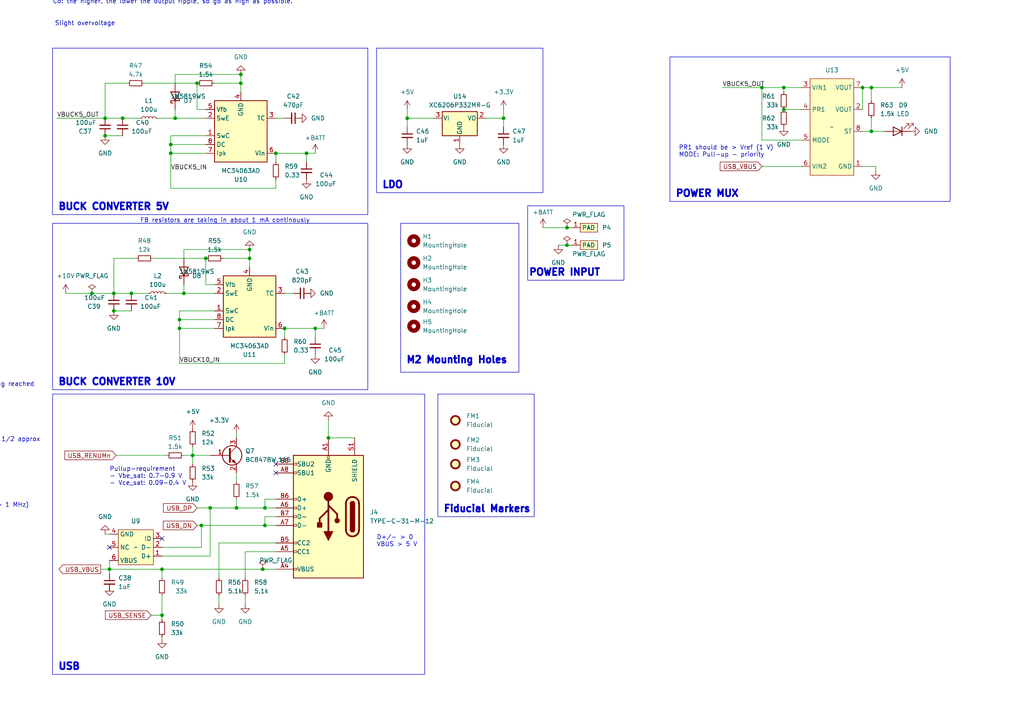
<source format=kicad_sch>
(kicad_sch (version 20230121) (generator eeschema)
  (paper "A4")
  (title_block (title "BLDC Driver Project") (rev "1.0") (company "Igor Wolfs"))
  (lib_symbols
    (symbol "Connector:USB_C_Receptacle_USB2.0_16P" (pin_names (offset 1.016))
      (property "Reference" "J" (at 0 22.225 0))
      (property "Value" "USB_C_Receptacle_USB2.0_16P" (at 0 19.685 0))
      (symbol "USB_C_Receptacle_USB2.0_16P_0_0"
        (rectangle (start -0.254 -17.78) (end 0.254 -16.764))
        (rectangle (start 10.16 -14.986) (end 9.144 -15.494))
        (rectangle (start 10.16 -12.446) (end 9.144 -12.954))
        (rectangle (start 10.16 -4.826) (end 9.144 -5.334))
        (rectangle (start 10.16 -2.286) (end 9.144 -2.794))
        (rectangle (start 10.16 0.254) (end 9.144 -0.254))
        (rectangle (start 10.16 2.794) (end 9.144 2.286))
        (rectangle (start 10.16 7.874) (end 9.144 7.366))
        (rectangle (start 10.16 10.414) (end 9.144 9.906))
        (rectangle (start 10.16 15.494) (end 9.144 14.986))
      )
      (symbol "USB_C_Receptacle_USB2.0_16P_0_1"
        (rectangle (start -10.16 17.78) (end 10.16 -17.78) (stroke (width 0.254)) (fill (type background)))
        (arc (start -8.89 -3.81) (mid -6.985 -5.7067) (end -5.08 -3.81) (stroke (width 0.508)))
        (arc (start -7.62 -3.81) (mid -6.985 -4.4423) (end -6.35 -3.81) (stroke (width 0.254)))
        (arc (start -7.62 -3.81) (mid -6.985 -4.4423) (end -6.35 -3.81) (stroke (width 0.254)) (fill (type outline)))
        (rectangle (start -7.62 -3.81) (end -6.35 3.81) (stroke (width 0.254)) (fill (type outline)))
        (arc (start -6.35 3.81) (mid -6.985 4.4423) (end -7.62 3.81) (stroke (width 0.254)))
        (arc (start -6.35 3.81) (mid -6.985 4.4423) (end -7.62 3.81) (stroke (width 0.254)) (fill (type outline)))
        (arc (start -5.08 3.81) (mid -6.985 5.7067) (end -8.89 3.81) (stroke (width 0.508)))
        (circle (center -2.54 1.143) (radius 0.635) (stroke (width 0.254)) (fill (type outline)))
        (circle (center 0 -5.842) (radius 1.27) (fill (type outline)))
        (polyline (pts (xy -8.89 -3.81) (xy -8.89 3.81)) (stroke (width 0.508)))
        (polyline (pts (xy -5.08 3.81) (xy -5.08 -3.81)) (stroke (width 0.508)))
        (polyline (pts (xy 0 -5.842) (xy 0 4.318)) (stroke (width 0.508)))
        (polyline (pts (xy 0 -3.302) (xy -2.54 -0.762) (xy -2.54 0.508)) (stroke (width 0.508)))
        (polyline (pts (xy 0 -2.032) (xy 2.54 0.508) (xy 2.54 1.778)) (stroke (width 0.508)))
        (polyline (pts (xy -1.27 4.318) (xy 0 6.858) (xy 1.27 4.318) (xy -1.27 4.318)) (stroke (width 0.254)) (fill (type outline)))
        (rectangle (start 1.905 1.778) (end 3.175 3.048) (stroke (width 0.254)) (fill (type outline)))
      )
      (symbol "USB_C_Receptacle_USB2.0_16P_1_1"
        (pin passive line (at 0 -22.86 90) (length 5.08) (name "GND") (number "A1"))
        (pin passive line (at 0 -22.86 90) (length 5.08) hide (name "GND") (number "A12"))
        (pin passive line (at 15.24 15.24 180) (length 5.08) (name "VBUS") (number "A4"))
        (pin bidirectional line (at 15.24 10.16 180) (length 5.08) (name "CC1") (number "A5"))
        (pin bidirectional line (at 15.24 -2.54 180) (length 5.08) (name "D+") (number "A6"))
        (pin bidirectional line (at 15.24 2.54 180) (length 5.08) (name "D-") (number "A7"))
        (pin bidirectional line (at 15.24 -12.7 180) (length 5.08) (name "SBU1") (number "A8"))
        (pin passive line (at 15.24 15.24 180) (length 5.08) hide (name "VBUS") (number "A9"))
        (pin passive line (at 0 -22.86 90) (length 5.08) hide (name "GND") (number "B1"))
        (pin passive line (at 0 -22.86 90) (length 5.08) hide (name "GND") (number "B12"))
        (pin passive line (at 15.24 15.24 180) (length 5.08) hide (name "VBUS") (number "B4"))
        (pin bidirectional line (at 15.24 7.62 180) (length 5.08) (name "CC2") (number "B5"))
        (pin bidirectional line (at 15.24 -5.08 180) (length 5.08) (name "D+") (number "B6"))
        (pin bidirectional line (at 15.24 0 180) (length 5.08) (name "D-") (number "B7"))
        (pin bidirectional line (at 15.24 -15.24 180) (length 5.08) (name "SBU2") (number "B8"))
        (pin passive line (at 15.24 15.24 180) (length 5.08) hide (name "VBUS") (number "B9"))
        (pin passive line (at -7.62 -22.86 90) (length 5.08) (name "SHIELD") (number "S1"))
      )
    )
    (symbol "Device:C_Small" (pin_numbers hide) (pin_names (offset 0.254) hide)
      (property "Reference" "C" (at 0.254 1.778 0))
      (property "Value" "C_Small" (at 0.254 -2.032 0))
      (symbol "C_Small_0_1"
        (polyline (pts (xy -1.524 -0.508) (xy 1.524 -0.508)) (stroke (width 0.3302)))
        (polyline (pts (xy -1.524 0.508) (xy 1.524 0.508)) (stroke (width 0.3048)))
      )
      (symbol "C_Small_1_1"
        (pin passive line (at 0 2.54 270) (length 2.032) (name "~") (number "1"))
        (pin passive line (at 0 -2.54 90) (length 2.032) (name "~") (number "2"))
      )
    )
    (symbol "Device:LED" (pin_numbers hide) (pin_names (offset 1.016) hide)
      (property "Reference" "D" (at 0 2.54 0))
      (property "Value" "LED" (at 0 -2.54 0))
      (symbol "LED_0_1"
        (polyline (pts (xy -1.27 -1.27) (xy -1.27 1.27)) (stroke (width 0.254)))
        (polyline (pts (xy -1.27 0) (xy 1.27 0)))
        (polyline (pts (xy 1.27 -1.27) (xy 1.27 1.27) (xy -1.27 0) (xy 1.27 -1.27)) (stroke (width 0.254)))
        (polyline (pts (xy -3.048 -0.762) (xy -4.572 -2.286) (xy -3.81 -2.286) (xy -4.572 -2.286) (xy -4.572 -1.524)))
        (polyline (pts (xy -1.778 -0.762) (xy -3.302 -2.286) (xy -2.54 -2.286) (xy -3.302 -2.286) (xy -3.302 -1.524)))
      )
      (symbol "LED_1_1"
        (pin passive line (at -3.81 0 0) (length 2.54) (name "K") (number "1"))
        (pin passive line (at 3.81 0 180) (length 2.54) (name "A") (number "2"))
      )
    )
    (symbol "Device:L_Small" (pin_numbers hide) (pin_names (offset 0.254) hide)
      (property "Reference" "L" (at 0.762 1.016 0))
      (property "Value" "L_Small" (at 0.762 -1.016 0))
      (symbol "L_Small_0_1"
        (arc (start 0 -2.032) (mid 0.5058 -1.524) (end 0 -1.016))
        (arc (start 0 -1.016) (mid 0.5058 -0.508) (end 0 0))
        (arc (start 0 0) (mid 0.5058 0.508) (end 0 1.016))
        (arc (start 0 1.016) (mid 0.5058 1.524) (end 0 2.032))
      )
      (symbol "L_Small_1_1"
        (pin passive line (at 0 2.54 270) (length 0.508) (name "~") (number "1"))
        (pin passive line (at 0 -2.54 90) (length 0.508) (name "~") (number "2"))
      )
    )
    (symbol "Device:R_Small" (pin_numbers hide) (pin_names (offset 0.254) hide)
      (property "Reference" "R" (at 0.762 0.508 0))
      (property "Value" "R_Small" (at 0.762 -1.016 0))
      (symbol "R_Small_0_1"
        (rectangle (start -0.762 1.778) (end 0.762 -1.778) (stroke (width 0.2032)))
      )
      (symbol "R_Small_1_1"
        (pin passive line (at 0 2.54 270) (length 0.762) (name "~") (number "1"))
        (pin passive line (at 0 -2.54 90) (length 0.762) (name "~") (number "2"))
      )
    )
    (symbol "Diode:1N5819" (pin_numbers hide) (pin_names (offset 1.016) hide)
      (property "Reference" "D" (at 0 2.54 0))
      (property "Value" "1N5819" (at 0 -2.54 0))
      (symbol "1N5819_0_1"
        (polyline (pts (xy 1.27 0) (xy -1.27 0)))
        (polyline (pts (xy 1.27 1.27) (xy 1.27 -1.27) (xy -1.27 0) (xy 1.27 1.27)) (stroke (width 0.254)))
        (polyline (pts (xy -1.905 0.635) (xy -1.905 1.27) (xy -1.27 1.27) (xy -1.27 -1.27) (xy -0.635 -1.27) (xy -0.635 -0.635)) (stroke (width 0.254)))
      )
      (symbol "1N5819_1_1"
        (pin passive line (at -3.81 0 0) (length 2.54) (name "K") (number "1"))
        (pin passive line (at 3.81 0 180) (length 2.54) (name "A") (number "2"))
      )
    )
    (symbol "Mechanical:Fiducial"
      (property "Reference" "FID" (at 0 5.08 0))
      (property "Value" "Fiducial" (at 0 3.175 0))
      (symbol "Fiducial_0_1"
        (circle (center 0 0) (radius 1.27) (stroke (width 0.508)) (fill (type background)))
      )
    )
    (symbol "Mechanical:MountingHole" (pin_names (offset 1.016))
      (property "Reference" "H" (at 0 5.08 0))
      (property "Value" "MountingHole" (at 0 3.175 0))
      (symbol "MountingHole_0_1"
        (circle (center 0 0) (radius 1.27) (stroke (width 1.27)))
      )
    )
    (symbol "Regulator_Linear:XC6206PxxxMR" (pin_names (offset 0.254))
      (property "Reference" "U" (at -3.81 3.175 0))
      (property "Value" "XC6206PxxxMR" (at 0 3.175 0))
      (symbol "XC6206PxxxMR_0_1"
        (rectangle (start -5.08 1.905) (end 5.08 -5.08) (stroke (width 0.254)) (fill (type background)))
      )
      (symbol "XC6206PxxxMR_1_1"
        (pin power_in line (at 0 -7.62 90) (length 2.54) (name "GND") (number "1"))
        (pin power_out line (at 7.62 0 180) (length 2.54) (name "VO") (number "2"))
        (pin power_in line (at -7.62 0 0) (length 2.54) (name "VI") (number "3"))
      )
    )
    (symbol "Regulator_Switching:MC34063AD"
      (property "Reference" "U" (at -7.62 8.89 0))
      (property "Value" "MC34063AD" (at 0 8.89 0))
      (symbol "MC34063AD_0_1"
        (rectangle (start -7.62 7.62) (end 7.62 -10.16) (stroke (width 0.254)) (fill (type background)))
      )
      (symbol "MC34063AD_1_1"
        (pin open_collector line (at 10.16 0 180) (length 2.54) (name "SwC") (number "1"))
        (pin open_emitter line (at 10.16 -5.08 180) (length 2.54) (name "SwE") (number "2"))
        (pin passive line (at -10.16 -5.08 0) (length 2.54) (name "TC") (number "3"))
        (pin power_in line (at 0 -12.7 90) (length 2.54) (name "GND") (number "4"))
        (pin input line (at 10.16 -7.62 180) (length 2.54) (name "Vfb") (number "5"))
        (pin power_in line (at -10.16 5.08 0) (length 2.54) (name "Vin") (number "6"))
        (pin input line (at 10.16 5.08 180) (length 2.54) (name "Ipk") (number "7"))
        (pin open_collector line (at 10.16 2.54 180) (length 2.54) (name "DC") (number "8"))
      )
    )
    (symbol "Transistor_BJT:BC847" (pin_names (offset 0) hide)
      (property "Reference" "Q" (at 5.08 1.905 0))
      (property "Value" "BC847" (at 5.08 0 0))
      (symbol "BC847_0_1"
        (polyline (pts (xy 0.635 0.635) (xy 2.54 2.54)))
        (polyline (pts (xy 0.635 -0.635) (xy 2.54 -2.54) (xy 2.54 -2.54)))
        (polyline (pts (xy 0.635 1.905) (xy 0.635 -1.905) (xy 0.635 -1.905)) (stroke (width 0.508)))
        (polyline (pts (xy 1.27 -1.778) (xy 1.778 -1.27) (xy 2.286 -2.286) (xy 1.27 -1.778) (xy 1.27 -1.778)) (fill (type outline)))
        (circle (center 1.27 0) (radius 2.8194) (stroke (width 0.254)))
      )
      (symbol "BC847_1_1"
        (pin input line (at -5.08 0 0) (length 5.715) (name "B") (number "1"))
        (pin passive line (at 2.54 -5.08 90) (length 2.54) (name "E") (number "2"))
        (pin passive line (at 2.54 5.08 270) (length 2.54) (name "C") (number "3"))
      )
    )
    (symbol "bldc:TPD4S012DRYR"
      (property "Reference" "U" (at -2.54 6.35 0))
      (symbol "TPD4S012DRYR_1_1"
        (rectangle (start -5.08 5.08) (end 5.08 -5.08) (fill (type background)))
        (pin input line (at -7.62 2.54 0) (length 2.54) (name "D+") (number "1"))
        (pin input line (at -7.62 0 0) (length 2.54) (name "D-") (number "2"))
        (pin input line (at -7.62 -2.54 0) (length 2.54) (name "ID") (number "3"))
        (pin input line (at 7.62 -3.81 180) (length 2.54) (name "GND") (number "4"))
        (pin input line (at 7.62 0 180) (length 2.54) (name "NC") (number "5"))
        (pin input line (at 7.62 3.81 180) (length 2.54) (name "VBUS") (number "6"))
      )
    )
    (symbol "bldc:TPS2116"
      (property "Reference" "U" (at 0 0 0))
      (symbol "TPS2116_1_1"
        (rectangle (start -6.35 13.97) (end 6.35 -13.97) (fill (type background)))
        (pin power_in line (at 8.89 -11.43 180) (length 2.54) (name "GND") (number "1"))
        (pin passive line (at 8.89 5.08 180) (length 2.54) (name "VOUT") (number "2"))
        (pin power_out line (at -8.89 11.43 0) (length 2.54) (name "VIN1") (number "3"))
        (pin input line (at -8.89 5.08 0) (length 2.54) (name "PR1") (number "4"))
        (pin input line (at -8.89 -3.81 0) (length 2.54) (name "MODE") (number "5"))
        (pin power_in line (at -8.89 -11.43 0) (length 2.54) (name "VIN2") (number "6"))
        (pin power_out line (at 8.89 11.43 180) (length 2.54) (name "VOUT") (number "7"))
        (pin output line (at 8.89 -1.27 180) (length 2.54) (name "ST") (number "8"))
      )
    )
    (symbol "bldc:pad"
      (property "Reference" "P" (at -2.54 2.54 0))
      (symbol "pad_1_1"
        (rectangle (start -2.54 1.27) (end 2.54 -1.27) (fill (type background)))
        (pin input line (at -5.08 0 0) (length 2.54) (name "PAD") (number "1"))
      )
    )
    (symbol "power:+10V" (power) (pin_names (offset 0))
      (property "Value" "+10V" (at 0 3.556 0))
      (symbol "+10V_0_1"
        (polyline (pts (xy -0.762 1.27) (xy 0 2.54)))
        (polyline (pts (xy 0 0) (xy 0 2.54)))
        (polyline (pts (xy 0 2.54) (xy 0.762 1.27)))
      )
      (symbol "+10V_1_1"
        (pin power_in line (at 0 0 90) (length 0) hide (name "+10V") (number "1"))
      )
    )
    (symbol "power:+3.3V" (power) (pin_names (offset 0))
      (property "Value" "+3.3V" (at 0 3.556 0))
      (symbol "+3.3V_0_1"
        (polyline (pts (xy -0.762 1.27) (xy 0 2.54)))
        (polyline (pts (xy 0 0) (xy 0 2.54)))
        (polyline (pts (xy 0 2.54) (xy 0.762 1.27)))
      )
      (symbol "+3.3V_1_1"
        (pin power_in line (at 0 0 90) (length 0) hide (name "+3.3V") (number "1"))
      )
    )
    (symbol "power:+5V" (power) (pin_names (offset 0))
      (property "Value" "+5V" (at 0 3.556 0))
      (symbol "+5V_0_1"
        (polyline (pts (xy -0.762 1.27) (xy 0 2.54)))
        (polyline (pts (xy 0 0) (xy 0 2.54)))
        (polyline (pts (xy 0 2.54) (xy 0.762 1.27)))
      )
      (symbol "+5V_1_1"
        (pin power_in line (at 0 0 90) (length 0) hide (name "+5V") (number "1"))
      )
    )
    (symbol "power:+BATT" (power) (pin_names (offset 0))
      (property "Value" "+BATT" (at 0 3.556 0))
      (symbol "+BATT_0_1"
        (polyline (pts (xy -0.762 1.27) (xy 0 2.54)))
        (polyline (pts (xy 0 0) (xy 0 2.54)))
        (polyline (pts (xy 0 2.54) (xy 0.762 1.27)))
      )
      (symbol "+BATT_1_1"
        (pin power_in line (at 0 0 90) (length 0) hide (name "+BATT") (number "1"))
      )
    )
    (symbol "power:GND" (power) (pin_names (offset 0))
      (property "Value" "GND" (at 0 -3.81 0))
      (symbol "GND_0_1"
        (polyline (pts (xy 0 0) (xy 0 -1.27) (xy 1.27 -1.27) (xy 0 -2.54) (xy -1.27 -1.27) (xy 0 -1.27)))
      )
      (symbol "GND_1_1"
        (pin power_in line (at 0 0 270) (length 0) hide (name "GND") (number "1"))
      )
    )
    (symbol "power:PWR_FLAG" (power) (pin_numbers hide) (pin_names (offset 0) hide)
      (property "Value" "PWR_FLAG" (at 0 3.81 0))
      (symbol "PWR_FLAG_0_0"
        (pin power_out line (at 0 0 90) (length 0) (name "pwr") (number "1"))
      )
      (symbol "PWR_FLAG_0_1"
        (polyline (pts (xy 0 0) (xy 0 1.27) (xy -1.016 1.905) (xy 0 2.54) (xy 1.016 1.905) (xy 0 1.27)))
      )
    )
  )
  (junction (at 146.05 34.29))
  (junction (at 227.33 25.4))
  (junction (at 88.9 44.45))
  (junction (at 38.1 85.09))
  (junction (at 76.2 165.1))
  (junction (at 80.01 44.45))
  (junction (at 35.56 34.29))
  (junction (at 46.99 178.435))
  (junction (at 49.53 44.45))
  (junction (at 58.42 152.4))
  (junction (at 49.53 41.91))
  (junction (at 52.07 92.71))
  (junction (at 220.98 25.4))
  (junction (at 252.73 38.1))
  (junction (at 164.465 71.12))
  (junction (at 55.88 132.08))
  (junction (at 250.19 25.4))
  (junction (at 26.67 85.09))
  (junction (at 82.55 95.25))
  (junction (at 72.39 72.39))
  (junction (at 72.39 74.93))
  (junction (at 95.25 127))
  (junction (at 46.99 165.1))
  (junction (at 59.69 74.93))
  (junction (at 164.465 66.04))
  (junction (at 52.07 95.25))
  (junction (at 252.73 25.4))
  (junction (at 68.58 147.32))
  (junction (at 76.835 152.4))
  (junction (at 33.02 90.17))
  (junction (at 60.96 147.32))
  (junction (at 118.11 34.29))
  (junction (at 69.85 24.13))
  (junction (at 31.75 165.1))
  (junction (at 30.48 34.29))
  (junction (at 76.835 147.32))
  (junction (at 227.33 31.75))
  (junction (at 30.48 39.37))
  (junction (at 50.8 34.29))
  (junction (at 69.85 21.59))
  (junction (at 33.02 85.09))
  (junction (at 91.44 95.25))
  (junction (at 53.34 85.09))
  (junction (at 57.15 24.13))
  (no_connect (at 31.75 158.75))
  (no_connect (at 80.01 137.16))
  (no_connect (at 46.99 156.21))
  (no_connect (at 80.01 134.62))
  (wire (pts (xy 125.73 34.29) (xy 118.11 34.29)))
  (wire (pts (xy 80.01 44.45) (xy 80.01 46.99)))
  (wire (pts (xy 164.465 71.12) (xy 161.925 71.12)))
  (wire (pts (xy 53.34 82.55) (xy 53.34 85.09)))
  (wire (pts (xy 58.42 152.4) (xy 76.835 152.4)))
  (wire (pts (xy 55.88 129.54) (xy 55.88 132.08)))
  (wire (pts (xy 88.9 46.99) (xy 88.9 44.45)))
  (wire (pts (xy 68.58 147.32) (xy 76.835 147.32)))
  (wire (pts (xy 82.55 85.09) (xy 85.09 85.09)))
  (wire (pts (xy 63.5 157.48) (xy 63.5 167.64)))
  (wire (pts (xy 52.07 95.25) (xy 62.23 95.25)))
  (wire (pts (xy 90.17 85.09) (xy 88.9 85.09)))
  (wire (pts (xy 50.8 34.29) (xy 59.69 34.29)))
  (wire (pts (xy 64.77 74.93) (xy 72.39 74.93)))
  (wire (pts (xy 39.37 74.93) (xy 33.02 74.93)))
  (wire (pts (xy 91.44 44.45) (xy 88.9 44.45)))
  (wire (pts (xy 52.07 95.25) (xy 52.07 92.71)))
  (wire (pts (xy 31.75 171.45) (xy 31.75 170.18)))
  (wire (pts (xy 52.07 92.71) (xy 52.07 90.17)))
  (wire (pts (xy 49.53 44.45) (xy 49.53 41.91)))
  (wire (pts (xy 30.48 24.13) (xy 30.48 34.29)))
  (wire (pts (xy 232.41 40.64) (xy 220.98 40.64)))
  (wire (pts (xy 33.655 132.08) (xy 48.26 132.08)))
  (wire (pts (xy 69.85 24.13) (xy 69.85 26.67)))
  (wire (pts (xy 49.53 39.37) (xy 59.69 39.37)))
  (wire (pts (xy 252.73 25.4) (xy 252.73 29.21)))
  (wire (pts (xy 19.05 85.09) (xy 26.67 85.09)))
  (wire (pts (xy 49.53 41.91) (xy 59.69 41.91)))
  (wire (pts (xy 57.15 147.32) (xy 60.96 147.32)))
  (wire (pts (xy 60.96 147.32) (xy 68.58 147.32)))
  (wire (pts (xy 55.88 132.08) (xy 55.88 134.62)))
  (wire (pts (xy 46.99 179.705) (xy 46.99 178.435)))
  (wire (pts (xy 80.01 165.1) (xy 76.2 165.1)))
  (wire (pts (xy 43.815 178.435) (xy 46.99 178.435)))
  (wire (pts (xy 52.07 92.71) (xy 62.23 92.71)))
  (wire (pts (xy 95.25 121.92) (xy 95.25 127)))
  (wire (pts (xy 53.34 132.08) (xy 55.88 132.08)))
  (wire (pts (xy 52.07 105.41) (xy 52.07 95.25)))
  (wire (pts (xy 71.12 160.02) (xy 80.01 160.02)))
  (wire (pts (xy 57.15 24.13) (xy 57.15 31.75)))
  (wire (pts (xy 52.07 90.17) (xy 62.23 90.17)))
  (wire (pts (xy 252.73 38.1) (xy 256.54 38.1)))
  (wire (pts (xy 30.48 39.37) (xy 35.56 39.37)))
  (wire (pts (xy 165.735 71.12) (xy 164.465 71.12)))
  (wire (pts (xy 49.53 41.91) (xy 49.53 39.37)))
  (wire (pts (xy 71.12 160.02) (xy 71.12 167.64)))
  (wire (pts (xy 16.51 34.29) (xy 30.48 34.29)))
  (wire (pts (xy 220.98 40.64) (xy 220.98 25.4)))
  (wire (pts (xy 49.53 44.45) (xy 59.69 44.45)))
  (wire (pts (xy 118.11 34.29) (xy 118.11 36.83)))
  (wire (pts (xy 62.23 82.55) (xy 59.69 82.55)))
  (wire (pts (xy 80.01 157.48) (xy 63.5 157.48)))
  (wire (pts (xy 50.8 21.59) (xy 69.85 21.59)))
  (wire (pts (xy 252.73 38.1) (xy 250.19 38.1)))
  (wire (pts (xy 30.48 34.29) (xy 35.56 34.29)))
  (wire (pts (xy 33.02 85.09) (xy 38.1 85.09)))
  (wire (pts (xy 82.55 95.25) (xy 82.55 97.79)))
  (wire (pts (xy 45.72 34.29) (xy 50.8 34.29)))
  (wire (pts (xy 250.19 25.4) (xy 250.19 31.75)))
  (wire (pts (xy 36.83 24.13) (xy 30.48 24.13)))
  (wire (pts (xy 46.99 172.72) (xy 46.99 178.435)))
  (wire (pts (xy 31.75 165.1) (xy 46.99 165.1)))
  (wire (pts (xy 93.98 95.25) (xy 91.44 95.25)))
  (wire (pts (xy 82.55 95.25) (xy 91.44 95.25)))
  (wire (pts (xy 59.69 74.93) (xy 59.69 82.55)))
  (wire (pts (xy 95.25 127) (xy 102.87 127)))
  (wire (pts (xy 250.19 25.4) (xy 252.73 25.4)))
  (wire (pts (xy 46.99 185.42) (xy 46.99 184.785)))
  (wire (pts (xy 227.33 25.4) (xy 227.33 26.67)))
  (wire (pts (xy 68.58 137.16) (xy 68.58 139.7)))
  (wire (pts (xy 76.835 144.78) (xy 76.835 147.32)))
  (wire (pts (xy 35.56 34.29) (xy 40.64 34.29)))
  (wire (pts (xy 33.02 74.93) (xy 33.02 85.09)))
  (wire (pts (xy 41.91 24.13) (xy 57.15 24.13)))
  (wire (pts (xy 58.42 158.75) (xy 58.42 152.4)))
  (wire (pts (xy 33.02 90.17) (xy 38.1 90.17)))
  (wire (pts (xy 250.19 48.26) (xy 254 48.26)))
  (wire (pts (xy 227.33 31.75) (xy 232.41 31.75)))
  (wire (pts (xy 52.07 105.41) (xy 82.55 105.41)))
  (wire (pts (xy 50.8 31.75) (xy 50.8 34.29)))
  (wire (pts (xy 146.05 34.29) (xy 146.05 36.83)))
  (wire (pts (xy 49.53 54.61) (xy 80.01 54.61)))
  (wire (pts (xy 71.12 172.72) (xy 71.12 175.26)))
  (wire (pts (xy 118.11 31.75) (xy 118.11 34.29)))
  (wire (pts (xy 46.99 158.75) (xy 58.42 158.75)))
  (wire (pts (xy 60.96 161.29) (xy 60.96 147.32)))
  (wire (pts (xy 59.69 31.75) (xy 57.15 31.75)))
  (wire (pts (xy 38.1 85.09) (xy 43.18 85.09)))
  (wire (pts (xy 44.45 74.93) (xy 59.69 74.93)))
  (wire (pts (xy 57.15 152.4) (xy 58.42 152.4)))
  (wire (pts (xy 91.44 97.79) (xy 91.44 95.25)))
  (wire (pts (xy 63.5 172.72) (xy 63.5 175.26)))
  (wire (pts (xy 48.26 85.09) (xy 53.34 85.09)))
  (wire (pts (xy 26.67 85.09) (xy 33.02 85.09)))
  (wire (pts (xy 252.73 34.29) (xy 252.73 38.1)))
  (wire (pts (xy 69.85 21.59) (xy 69.85 24.13)))
  (wire (pts (xy 87.63 34.29) (xy 86.36 34.29)))
  (wire (pts (xy 76.835 152.4) (xy 80.01 152.4)))
  (wire (pts (xy 62.23 24.13) (xy 69.85 24.13)))
  (wire (pts (xy 68.58 125.73) (xy 68.58 127)))
  (wire (pts (xy 82.55 102.87) (xy 82.55 105.41)))
  (wire (pts (xy 46.99 165.1) (xy 46.99 167.64)))
  (wire (pts (xy 31.75 162.56) (xy 31.75 165.1)))
  (wire (pts (xy 80.01 44.45) (xy 88.9 44.45)))
  (wire (pts (xy 209.55 25.4) (xy 220.98 25.4)))
  (wire (pts (xy 227.33 25.4) (xy 232.41 25.4)))
  (wire (pts (xy 146.05 31.75) (xy 146.05 34.29)))
  (wire (pts (xy 49.53 54.61) (xy 49.53 44.45)))
  (wire (pts (xy 76.835 147.32) (xy 80.01 147.32)))
  (wire (pts (xy 50.8 24.13) (xy 50.8 21.59)))
  (wire (pts (xy 53.34 85.09) (xy 62.23 85.09)))
  (wire (pts (xy 76.835 149.86) (xy 76.835 152.4)))
  (wire (pts (xy 31.75 166.37) (xy 31.75 165.1)))
  (wire (pts (xy 140.97 34.29) (xy 146.05 34.29)))
  (wire (pts (xy 80.01 149.86) (xy 76.835 149.86)))
  (wire (pts (xy 165.735 66.04) (xy 164.465 66.04)))
  (wire (pts (xy 29.21 165.1) (xy 31.75 165.1)))
  (wire (pts (xy 72.39 72.39) (xy 72.39 74.93)))
  (wire (pts (xy 220.98 25.4) (xy 227.33 25.4)))
  (wire (pts (xy 220.98 48.26) (xy 232.41 48.26)))
  (wire (pts (xy 53.34 72.39) (xy 72.39 72.39)))
  (wire (pts (xy 157.48 66.04) (xy 164.465 66.04)))
  (wire (pts (xy 31.75 154.94) (xy 30.48 154.94)))
  (wire (pts (xy 53.34 74.93) (xy 53.34 72.39)))
  (wire (pts (xy 80.01 34.29) (xy 82.55 34.29)))
  (wire (pts (xy 80.01 144.78) (xy 76.835 144.78)))
  (wire (pts (xy 254 48.26) (xy 254 49.53)))
  (wire (pts (xy 46.99 161.29) (xy 60.96 161.29)))
  (wire (pts (xy 55.88 132.08) (xy 60.96 132.08)))
  (wire (pts (xy 76.2 165.1) (xy 46.99 165.1)))
  (wire (pts (xy 261.62 25.4) (xy 252.73 25.4)))
  (wire (pts (xy 72.39 74.93) (xy 72.39 77.47)))
  (wire (pts (xy 80.01 52.07) (xy 80.01 54.61)))
  (wire (pts (xy 68.58 147.32) (xy 68.58 144.78)))
  (rectangle (start 109.22 13.97) (end 157.48 55.88))
  (rectangle (start 15.24 13.97) (end 106.68 62.23))
  (rectangle (start 127 114.3) (end 154.94 149.86))
  (rectangle (start 15.24 64.77) (end 106.68 113.03))
  (rectangle (start 15.24 114.3) (end 123.19 195.58))
  (rectangle (start 116.205 64.77) (end 150.495 107.95))
  (rectangle (start 194.31 16.51) (end 275.59 58.42))
  (rectangle (start 153.035 59.69) (end 180.975 81.28))
  (text_box "POWER INPUT" (at 151.765 76.2 0) (size 25.4 5.08) (stroke (width -0.0001)) (effects (font (size 2 2) (thickness 2) bold) (justify left top)))
  (text_box "USB\n" (at 15.24 190.5 0) (size 10.16 5.08) (stroke (width -0.0001)) (effects (font (size 2 2) (thickness 2) bold) (justify left top)))
  (text_box "Fiducial Markers" (at 127 144.78 0) (size 34.29 5.08) (stroke (width -0.0001)) (effects (font (size 2 2) (thickness 2) bold) (justify left top)))
  (text_box "LDO" (at 109.22 50.8 0) (size 43.18 5.08) (stroke (width -0.0001)) (effects (font (size 2 2) (thickness 2) bold) (justify left top)))
  (text_box "POWER MUX\n" (at 194.31 53.34 0) (size 43.18 5.08) (stroke (width -0.0001)) (effects (font (size 2 2) (thickness 2) bold) (justify left top)))
  (text_box "BUCK CONVERTER 5V" (at 15.24 57.15 0) (size 43.18 5.08) (stroke (width -0.0001)) (effects (font (size 2 2) (thickness 2) bold) (justify left top)))
  (text_box "BUCK CONVERTER 10V" (at 15.24 107.95 0) (size 43.18 5.08) (stroke (width -0.0001)) (effects (font (size 2 2) (thickness 2) bold) (justify left top)))
  (text_box "M2 Mounting Holes" (at 116.205 101.6 0) (size 34.29 5.08) (stroke (width -0.0001)) (effects (font (size 2 2) (thickness 2) bold) (justify left top)))
  (text "PR1 should be > Vref (1 V)\nMODE: Pull-up - priority" (at 196.85 45.72 0) (effects (font (size 1.27 1.27)) (justify left bottom)))
  (text "WARNING: \n-> simulation showed pull-up voltage not being reached\n-> be sure to compare the footprint" (at -46.99 114.3 0) (effects (font (size 1.27 1.27)) (justify left bottom)))
  (text "Pullup-requirement\n- Vbe_sat: 0.7-0.9 V\n- Vce_sat: 0.09-0.4 V" (at 31.75 140.97 0) (effects (font (size 1.27 1.27)) (justify left bottom)))
  (text "D+/- > 0\nVBUS > 5 V" (at 109.22 158.75 0) (effects (font (size 1.27 1.27)) (justify left bottom)))
  (text "Vbus sensing: .5Vdd+.2=approx 2V. So resistive bridge should be 1/2 approx" (at -64.77 128.27 0) (effects (font (size 1.27 1.27)) (justify left bottom)))
  (text "Add 1 uF capacitor for filtering (pole: 1/(1e-6) > 1 MHz)" (at -49.53 147.32 0) (effects (font (size 1.27 1.27)) (justify left bottom)))
  (text "FB resistors are taking in about 1 mA continously" (at 40.64 64.77 0) (effects (font (size 1.27 1.27)) (justify left bottom)))
  (text "Input cap: CMIN\n=(Iout.DC.(1-DC).1000)/(fsw.Vp(max))\n=0.25*0.463*(1-0.463)*1000/(12*0.1)\n= 51.798125 uF" (at 15.24 -8.89 0) (effects (font (size 1.27 1.27)) (justify left bottom)))
  (text "Slight overvoltage" (at 15.875 7.62 0) (effects (font (size 1.27 1.27)) (justify left bottom)))
  (text "Ct: determines ton (ramp-up)\nL: ramp-down time of the inductor current to 0 -> determines off-time.\nCo: the higher, the lower the output ripple, so go as high as possible." (at 15.24 1.27 0) (effects (font (size 1.27 1.27)) (justify left bottom)))
  (label "VBUCK5_OUT" (at 209.55 25.4 0))
  (label "VBUCK5_OUT" (at 16.51 34.29 0))
  (label "VBUCK5_IN" (at 49.53 49.53 0))
  (label "VBUCK10_IN" (at 52.07 105.41 0))
  (global_label "USB_RENUMn" (shape input) (at 33.655 132.08 180) (property "Intersheetrefs" "${INTERSHEET_REFS}" (effects hide)))
  (global_label "USB_DN" (shape input) (at 57.15 152.4 180) (property "Intersheetrefs" "${INTERSHEET_REFS}" (effects hide)))
  (global_label "USB_VBUS" (shape input) (at 220.98 48.26 180) (property "Intersheetrefs" "${INTERSHEET_REFS}" (effects hide)))
  (global_label "USB_DP" (shape input) (at 57.15 147.32 180) (property "Intersheetrefs" "${INTERSHEET_REFS}" (effects hide)))
  (global_label "USB_VBUS" (shape output) (at 29.21 165.1 180) (property "Intersheetrefs" "${INTERSHEET_REFS}" (effects hide)))
  (global_label "USB_SENSE" (shape input) (at 43.815 178.435 180) (property "Intersheetrefs" "${INTERSHEET_REFS}" (effects hide)))
  (symbol (lib_id "power:GND") (at 30.48 154.94 180) (unit 1)
    (property "Reference" "#PWR061" (effects hide))
    (property "Value" "GND" (at 30.48 149.86 0))
  )
  (symbol (lib_id "power:GND") (at 86.36 34.29 90) (unit 1)
    (property "Reference" "#PWR072" (effects hide))
    (property "Value" "GND" (at 90.17 34.29 90) (effects (justify right)))
  )
  (symbol (lib_id "Device:R_Small") (at 46.99 170.18 0) (unit 1)
    (property "Reference" "R49" (at 49.53 168.91 0) (effects (justify left)))
    (property "Value" "33k" (at 50.8 171.45 0) (effects (justify left)))
    (property "Footprint" "Resistor_SMD:R_0603_1608Metric" (effects hide))
    (property "Datasheet" "https://wmsc.lcsc.com/wmsc/upload/file/pdf/v2/lcsc/2206010230_UNI-ROYAL-Uniroyal-Elec-0603WAF3302T5E_C4216.pdf" (effects hide))
    (property "jlcpcb" "C4216" (effects hide))
  )
  (symbol (lib_id "power:GND") (at 91.44 102.87 0) (unit 1)
    (property "Reference" "#PWR076" (effects hide))
    (property "Value" "GND" (at 91.44 107.95 0))
  )
  (symbol (lib_id "Regulator_Linear:XC6206PxxxMR") (at 133.35 34.29 0) (unit 1)
    (property "Reference" "U14" (at 133.35 27.94 0))
    (property "Value" "XC6206P332MR-G" (at 133.35 30.48 0))
    (property "Footprint" "Package_TO_SOT_SMD:SOT-23" (effects hide))
    (property "Datasheet" "https://www.torexsemi.com/file/xc6206/XC6206.pdf" (effects hide))
    (property "jlcpcb" "C5446" (effects hide))
    (property "MFR.Part" "XC6206P332MR-G" (effects hide))
  )
  (symbol (lib_id "Device:R_Small") (at 68.58 142.24 180) (unit 1)
    (property "Reference" "R57" (at 71.12 140.97 0) (effects (justify right)))
    (property "Value" "1.5k" (at 71.12 143.51 0) (effects (justify right)))
    (property "Footprint" "Resistor_SMD:R_0805_2012Metric" (effects hide))
    (property "Datasheet" "https://wmsc.lcsc.com/wmsc/upload/file/pdf/v2/lcsc/2206010216_UNI-ROYAL-Uniroyal-Elec-0805W8F1501T5E_C4310.pdf" (effects hide))
    (property "jlcpcb" "C4310" (effects hide))
  )
  (symbol (lib_id "Device:C_Small") (at 38.1 87.63 0) (unit 1)
    (property "Reference" "C41" (at 41.91 86.36 0) (effects (justify left)))
    (property "Value" "100uF" (at 40.64 88.9 0) (effects (justify left)))
    (property "Footprint" "Capacitor_SMD:C_1210_3225Metric" (effects hide))
    (property "Datasheet" "https://wmsc.lcsc.com/wmsc/upload/file/pdf/v2/lcsc/2304140030_Hunan-Xiangyee-in-S-T-CA55-B6R3M107T_C568913.pdf" (effects hide))
    (property "MFR.Part" "CA55-B6R3M107T" (effects hide))
    (property "jlcpcb" "C568913" (effects hide))
  )
  (symbol (lib_id "Mechanical:MountingHole") (at 120.015 76.2 0) (unit 1)
    (property "Reference" "H2" (at 122.555 74.93 0) (effects (justify left)))
    (property "Value" "MountingHole" (at 122.555 77.47 0) (effects (justify left)))
    (property "Footprint" "bldc:MountingHole_1.152mm_jlcpcb" (effects hide))
  )
  (symbol (lib_id "Device:C_Small") (at 91.44 100.33 0) (unit 1)
    (property "Reference" "C45" (at 95.25 101.6 0) (effects (justify left)))
    (property "Value" "100uF" (at 93.98 104.14 0) (effects (justify left)))
    (property "Footprint" "Capacitor_SMD:C_1210_3225Metric" (effects hide))
    (property "Datasheet" "https://wmsc.lcsc.com/wmsc/upload/file/pdf/v2/lcsc/2304140030_Hunan-Xiangyee-in-S-T-CA55-B6R3M107T_C568913.pdf" (effects hide))
    (property "MFR.Part" "CA55-B6R3M107T" (effects hide))
    (property "jlcpcb" "C568913" (effects hide))
  )
  (symbol (lib_id "Device:R_Small") (at 39.37 24.13 270) (unit 1)
    (property "Reference" "R47" (at 39.37 19.05 90))
    (property "Value" "4.7k" (at 39.37 21.59 90))
    (property "Footprint" "Resistor_SMD:R_0805_2012Metric" (effects hide))
    (property "Datasheet" "https://wmsc.lcsc.com/wmsc/upload/file/pdf/v2/lcsc/2206010200_UNI-ROYAL-Uniroyal-Elec-0805W8F4701T5E_C17673.pdf" (effects hide))
    (property "jlcpcb" "C17673" (effects hide))
    (property "MFR.Part" "0805W8F4701T5E" (effects hide))
  )
  (symbol (lib_id "Device:R_Small") (at 227.33 29.21 0) (unit 1)
    (property "Reference" "R61" (at 220.98 27.94 0) (effects (justify left)))
    (property "Value" "33k" (at 222.25 30.48 0) (effects (justify left)))
    (property "Footprint" "Resistor_SMD:R_0603_1608Metric" (effects hide))
    (property "Datasheet" "https://wmsc.lcsc.com/wmsc/upload/file/pdf/v2/lcsc/2206010230_UNI-ROYAL-Uniroyal-Elec-0603WAF3302T5E_C4216.pdf" (effects hide))
    (property "jlcpcb" "C4216" (effects hide))
  )
  (symbol (lib_id "Diode:1N5819") (at 53.34 78.74 90) (unit 1)
    (property "Reference" "D8" (at 58.42 80.01 90) (effects (justify left)))
    (property "Value" "1N5819WS" (at 62.23 78.74 90) (effects (justify left)))
    (property "Footprint" "Diode_SMD:D_SOD-323" (effects hide))
    (property "Datasheet" "https://wmsc.lcsc.com/wmsc/upload/file/pdf/v2/lcsc/2204281430_Guangdong-Hottech-1N5819WS_C191023.pdf" (effects hide))
    (property "MFR.Part" "1N5819WS" (effects hide))
    (property "jlcpcb" "C191023" (effects hide))
  )
  (symbol (lib_id "Device:R_Small") (at 82.55 100.33 0) (unit 1)
    (property "Reference" "R60" (at 85.09 99.06 0) (effects (justify left)))
    (property "Value" "0.33" (at 85.09 101.6 0) (effects (justify left)))
    (property "Footprint" "Resistor_SMD:R_2512_6332Metric" (effects hide))
    (property "Datasheet" "https://wmsc.lcsc.com/wmsc/upload/file/pdf/v2/lcsc/2205311845_UNI-ROYAL-Uniroyal-Elec-25121WF330LT4E_C25468.pdf" (effects hide))
    (property "jlcpcb" "C25468" (effects hide))
    (property "MFR.Part" "25121WF330LT4E" (effects hide))
  )
  (symbol (lib_id "power:GND") (at 227.33 36.83 0) (unit 1)
    (property "Reference" "#PWR086" (effects hide))
    (property "Value" "GND" (at 227.33 41.91 0))
  )
  (symbol (lib_id "Device:R_Small") (at 63.5 170.18 180) (unit 1)
    (property "Reference" "R56" (at 66.04 168.91 0) (effects (justify right)))
    (property "Value" "5.1k" (at 66.04 171.45 0) (effects (justify right)))
    (property "Footprint" "Resistor_SMD:R_0805_2012Metric" (effects hide))
    (property "Datasheet" "https://wmsc.lcsc.com/wmsc/upload/file/pdf/v2/lcsc/2206010030_UNI-ROYAL-Uniroyal-Elec-0805W8F5101T5E_C27834.pdf" (effects hide))
    (property "MFR.Part" "0805W8F5101T5E" (effects hide))
    (property "jlcpcb" "C27834" (effects hide))
  )
  (symbol (lib_id "power:+5V") (at 261.62 25.4 0) (unit 1)
    (property "Reference" "#PWR088" (effects hide))
    (property "Value" "+5V" (at 261.62 20.32 0))
  )
  (symbol (lib_id "Diode:1N5819") (at 50.8 27.94 90) (unit 1)
    (property "Reference" "D7" (at 55.88 29.21 90) (effects (justify left)))
    (property "Value" "1N5819WS" (at 59.69 27.94 90) (effects (justify left)))
    (property "Footprint" "Diode_SMD:D_SOD-323" (effects hide))
    (property "Datasheet" "https://wmsc.lcsc.com/wmsc/upload/file/pdf/v2/lcsc/2204281430_Guangdong-Hottech-1N5819WS_C191023.pdf" (effects hide))
    (property "MFR.Part" "1N5819WS" (effects hide))
    (property "jlcpcb" "C191023" (effects hide))
  )
  (symbol (lib_id "Transistor_BJT:BC847") (at 66.04 132.08 0) (unit 1)
    (property "Reference" "Q7" (at 71.12 130.81 0) (effects (justify left)))
    (property "Value" "BC847BW,115" (at 71.12 133.35 0) (effects (justify left)))
    (property "Footprint" "Package_TO_SOT_SMD:SOT-323_SC-70" (effects hide))
    (property "Datasheet" "https://wmsc.lcsc.com/wmsc/upload/file/pdf/v2/lcsc/2304140030_Nexperia-BC847BW-115_C8659.pdf" (effects hide))
    (property "jlcpcb" "C8659" (effects hide))
    (property "MFR.Part" "BC847BW,115" (effects hide))
  )
  (symbol (lib_id "Device:R_Small") (at 252.73 31.75 180) (unit 1)
    (property "Reference" "R63" (at 255.27 30.48 0) (effects (justify right)))
    (property "Value" "1.5k" (at 255.27 33.02 0) (effects (justify right)))
    (property "Footprint" "Resistor_SMD:R_0805_2012Metric" (effects hide))
    (property "Datasheet" "https://wmsc.lcsc.com/wmsc/upload/file/pdf/v2/lcsc/2206010216_UNI-ROYAL-Uniroyal-Elec-0805W8F1501T5E_C4310.pdf" (effects hide))
    (property "jlcpcb" "C4310" (effects hide))
  )
  (symbol (lib_id "Device:C_Small") (at 30.48 36.83 180) (unit 1)
    (property "Reference" "C37" (at 26.67 38.1 0) (effects (justify left)))
    (property "Value" "100uF" (at 27.94 35.56 0) (effects (justify left)))
    (property "Footprint" "Capacitor_SMD:C_1210_3225Metric" (effects hide))
    (property "Datasheet" "https://wmsc.lcsc.com/wmsc/upload/file/pdf/v2/lcsc/2304140030_Hunan-Xiangyee-in-S-T-CA55-B6R3M107T_C568913.pdf" (effects hide))
    (property "MFR.Part" "CA55-B6R3M107T" (effects hide))
    (property "jlcpcb" "C568913" (effects hide))
  )
  (symbol (lib_id "power:GND") (at 88.9 52.07 0) (unit 1)
    (property "Reference" "#PWR073" (effects hide))
    (property "Value" "GND" (at 88.9 57.15 0))
  )
  (symbol (lib_id "power:GND") (at 88.9 85.09 90) (unit 1)
    (property "Reference" "#PWR074" (effects hide))
    (property "Value" "GND" (at 92.71 85.09 90) (effects (justify right)))
  )
  (symbol (lib_id "Device:C_Small") (at 146.05 39.37 0) (unit 1)
    (property "Reference" "C47" (at 148.59 38.1063 0) (effects (justify left)))
    (property "Value" "1uF" (at 148.59 40.6463 0) (effects (justify left)))
    (property "Footprint" "Capacitor_SMD:C_1206_3216Metric" (effects hide))
    (property "Datasheet" "https://wmsc.lcsc.com/wmsc/upload/file/pdf/v2/lcsc/2304140030_Samsung-Electro-Mechanics-CL31B105KBHNNNE_C1848.pdf" (effects hide))
    (property "jlcpcb" "C1848" (effects hide))
    (property "MFR.Part" "CL31B105KBHNNNE" (effects hide))
  )
  (symbol (lib_id "power:+BATT") (at 93.98 95.25 0) (unit 1)
    (property "Reference" "#PWR077" (effects hide))
    (property "Value" "+BATT" (at 93.98 90.805 0))
  )
  (symbol (lib_id "power:GND") (at 46.99 185.42 0) (unit 1)
    (property "Reference" "#PWR064" (effects hide))
    (property "Value" "GND" (at 46.99 190.5 0))
  )
  (symbol (lib_id "Mechanical:Fiducial") (at 132.08 121.92 0) (unit 1)
    (property "Reference" "FM1" (at 135.255 120.65 0) (effects (justify left)))
    (property "Value" "Fiducial" (at 135.255 123.19 0) (effects (justify left)))
    (property "Footprint" "Fiducial:Fiducial_1mm_Mask2mm" (effects hide))
  )
  (symbol (lib_id "power:+5V") (at 118.11 31.75 0) (unit 1)
    (property "Reference" "#PWR079" (effects hide))
    (property "Value" "+5V" (at 118.11 26.67 0))
  )
  (symbol (lib_id "power:+BATT") (at 157.48 66.04 0) (unit 1)
    (property "Reference" "#PWR084" (effects hide))
    (property "Value" "+BATT" (at 157.48 61.595 0))
  )
  (symbol (lib_id "Device:L_Small") (at 45.72 85.09 90) (unit 1)
    (property "Reference" "L2" (at 45.72 80.01 90))
    (property "Value" "100u" (at 45.72 82.55 90))
    (property "Footprint" "Inductor_SMD:L_1210_3225Metric" (effects hide))
    (property "Datasheet" "https://wmsc.lcsc.com/wmsc/upload/file/pdf/v2/lcsc/2208231730_SHOU-HAN-CY105-100uH_C5140330.pdf" (effects hide))
  )
  (symbol (lib_id "bldc:TPD4S012DRYR") (at 39.37 158.75 180) (unit 1)
    (property "Reference" "U9" (at 39.37 151.13 0))
    (property "Value" "~" (at 39.37 158.75 0))
    (property "Footprint" "bldc:TI_USB-ESD_TPD4S012" (effects hide))
    (property "Datasheet" "https://wmsc.lcsc.com/wmsc/upload/file/pdf/v2/lcsc/1809050016_Texas-Instruments-TPD4S012DRYR_C96506.pdf" (effects hide))
    (property "jlcpcb" "C96506" (effects hide))
    (property "MFR.Part" "TPD4S012DRYR" (effects hide))
  )
  (symbol (lib_id "Device:R_Small") (at 62.23 74.93 90) (unit 1)
    (property "Reference" "R55" (at 62.23 69.85 90))
    (property "Value" "1.5k" (at 62.23 72.39 90))
    (property "Footprint" "Resistor_SMD:R_0805_2012Metric" (effects hide))
    (property "Datasheet" "https://wmsc.lcsc.com/wmsc/upload/file/pdf/v2/lcsc/2206010216_UNI-ROYAL-Uniroyal-Elec-0805W8F1501T5E_C4310.pdf" (effects hide))
    (property "jlcpcb" "C4310" (effects hide))
  )
  (symbol (lib_id "power:GND") (at 63.5 175.26 0) (unit 1)
    (property "Reference" "#PWR067" (effects hide))
    (property "Value" "GND" (at 63.5 180.34 0))
  )
  (symbol (lib_id "Device:R_Small") (at 46.99 182.245 0) (unit 1)
    (property "Reference" "R50" (at 49.53 180.975 0) (effects (justify left)))
    (property "Value" "33k" (at 49.53 183.515 0) (effects (justify left)))
    (property "Footprint" "Resistor_SMD:R_0603_1608Metric" (effects hide))
    (property "Datasheet" "https://wmsc.lcsc.com/wmsc/upload/file/pdf/v2/lcsc/2206010230_UNI-ROYAL-Uniroyal-Elec-0603WAF3302T5E_C4216.pdf" (effects hide))
    (property "jlcpcb" "C4216" (effects hide))
  )
  (symbol (lib_id "Device:C_Small") (at 87.63 85.09 270) (unit 1)
    (property "Reference" "C43" (at 87.6236 78.74 90))
    (property "Value" "820pF" (at 87.6236 81.28 90))
    (property "Footprint" "Capacitor_SMD:C_0805_2012Metric" (effects hide))
    (property "Datasheet" "https://wmsc.lcsc.com/wmsc/upload/file/pdf/v2/lcsc/2304140030_Samsung-Electro-Mechanics-CL21B821KBANNNC_C296722.pdf" (effects hide))
    (property "jlcpcb" "C296722" (effects hide))
    (property "MFR.Part" "CL21B821KBANNNC" (effects hide))
  )
  (symbol (lib_id "Device:R_Small") (at 55.88 137.16 180) (unit 1)
    (property "Reference" "R53" (at 58.42 135.89 0) (effects (justify right)))
    (property "Value" "33k" (at 58.42 138.43 0) (effects (justify right)))
    (property "Footprint" "Resistor_SMD:R_0603_1608Metric" (effects hide))
    (property "Datasheet" "https://wmsc.lcsc.com/wmsc/upload/file/pdf/v2/lcsc/2206010230_UNI-ROYAL-Uniroyal-Elec-0603WAF3302T5E_C4216.pdf" (effects hide))
    (property "jlcpcb" "C4216" (effects hide))
  )
  (symbol (lib_id "power:+BATT") (at 91.44 44.45 0) (unit 1)
    (property "Reference" "#PWR075" (effects hide))
    (property "Value" "+BATT" (at 91.44 40.005 0))
  )
  (symbol (lib_id "power:GND") (at 55.88 139.7 0) (unit 1)
    (property "Reference" "#PWR066" (effects hide))
    (property "Value" "GND" (at 55.88 144.78 0))
  )
  (symbol (lib_id "Device:R_Small") (at 59.69 24.13 90) (unit 1)
    (property "Reference" "R54" (at 59.69 19.05 90))
    (property "Value" "1.5k" (at 59.69 21.59 90))
    (property "Footprint" "Resistor_SMD:R_0805_2012Metric" (effects hide))
    (property "Datasheet" "https://wmsc.lcsc.com/wmsc/upload/file/pdf/v2/lcsc/2206010216_UNI-ROYAL-Uniroyal-Elec-0805W8F1501T5E_C4310.pdf" (effects hide))
    (property "jlcpcb" "C4310" (effects hide))
  )
  (symbol (lib_id "power:GND") (at 133.35 41.91 0) (unit 1)
    (property "Reference" "#PWR081" (effects hide))
    (property "Value" "GND" (at 133.35 46.99 0))
  )
  (symbol (lib_id "power:GND") (at 33.02 90.17 0) (unit 1)
    (property "Reference" "#PWR063" (effects hide))
    (property "Value" "GND" (at 33.02 95.25 0))
  )
  (symbol (lib_id "Regulator_Switching:MC34063AD") (at 72.39 90.17 180) (unit 1)
    (property "Reference" "U11" (at 72.39 102.87 0))
    (property "Value" "MC34063AD" (at 72.39 100.33 0))
    (property "Footprint" "Package_SO:SOIC-8_3.9x4.9mm_P1.27mm" (effects hide))
    (property "Datasheet" "http://www.onsemi.com/pub_link/Collateral/MC34063A-D.PDF" (effects hide))
  )
  (symbol (lib_id "Mechanical:MountingHole") (at 120.015 69.85 0) (unit 1)
    (property "Reference" "H1" (at 122.555 68.58 0) (effects (justify left)))
    (property "Value" "MountingHole" (at 122.555 71.12 0) (effects (justify left)))
    (property "Footprint" "bldc:MountingHole_1.152mm_jlcpcb" (effects hide))
  )
  (symbol (lib_id "power:GND") (at 72.39 72.39 180) (unit 1)
    (property "Reference" "#PWR071" (effects hide))
    (property "Value" "GND" (at 72.39 67.31 0))
  )
  (symbol (lib_id "Device:L_Small") (at 43.18 34.29 90) (unit 1)
    (property "Reference" "L1" (at 43.18 29.21 90))
    (property "Value" "100u" (at 43.18 31.75 90))
    (property "Footprint" "Inductor_SMD:L_1210_3225Metric" (effects hide))
    (property "Datasheet" "https://wmsc.lcsc.com/wmsc/upload/file/pdf/v2/lcsc/2208231730_SHOU-HAN-CY105-100uH_C5140330.pdf" (effects hide))
  )
  (symbol (lib_id "Device:R_Small") (at 227.33 34.29 0) (unit 1)
    (property "Reference" "R62" (at 220.98 34.29 0) (effects (justify left)))
    (property "Value" "33k" (at 222.25 36.83 0) (effects (justify left)))
    (property "Footprint" "Resistor_SMD:R_0603_1608Metric" (effects hide))
    (property "Datasheet" "https://wmsc.lcsc.com/wmsc/upload/file/pdf/v2/lcsc/2206010230_UNI-ROYAL-Uniroyal-Elec-0603WAF3302T5E_C4216.pdf" (effects hide))
    (property "jlcpcb" "C4216" (effects hide))
  )
  (symbol (lib_id "Mechanical:MountingHole") (at 120.015 82.55 0) (unit 1)
    (property "Reference" "H3" (at 122.555 81.28 0) (effects (justify left)))
    (property "Value" "MountingHole" (at 122.555 83.82 0) (effects (justify left)))
    (property "Footprint" "bldc:MountingHole_1.152mm_jlcpcb" (effects hide))
  )
  (symbol (lib_id "power:GND") (at 69.85 21.59 180) (unit 1)
    (property "Reference" "#PWR069" (effects hide))
    (property "Value" "GND" (at 69.85 16.51 0))
  )
  (symbol (lib_id "Device:R_Small") (at 80.01 49.53 0) (unit 1)
    (property "Reference" "R59" (at 82.55 48.26 0) (effects (justify left)))
    (property "Value" "0.33" (at 82.55 50.8 0) (effects (justify left)))
    (property "Footprint" "Resistor_SMD:R_2512_6332Metric" (effects hide))
    (property "Datasheet" "https://wmsc.lcsc.com/wmsc/upload/file/pdf/v2/lcsc/2205311845_UNI-ROYAL-Uniroyal-Elec-25121WF330LT4E_C25468.pdf" (effects hide))
    (property "jlcpcb" "C25468" (effects hide))
    (property "MFR.Part" "25121WF330LT4E" (effects hide))
  )
  (symbol (lib_id "power:GND") (at 95.25 121.92 180) (unit 1)
    (property "Reference" "#PWR078" (effects hide))
    (property "Value" "GND" (at 95.25 116.84 0))
  )
  (symbol (lib_id "power:GND") (at 71.12 175.26 0) (unit 1)
    (property "Reference" "#PWR070" (effects hide))
    (property "Value" "GND" (at 71.12 180.34 0))
  )
  (symbol (lib_id "power:+5V") (at 55.88 124.46 0) (unit 1)
    (property "Reference" "#PWR065" (effects hide))
    (property "Value" "+5V" (at 55.88 119.38 0))
  )
  (symbol (lib_id "Device:C_Small") (at 85.09 34.29 270) (unit 1)
    (property "Reference" "C42" (at 85.0836 27.94 90))
    (property "Value" "470pF" (at 85.0836 30.48 90))
    (property "Footprint" "Capacitor_SMD:C_0805_2012Metric" (effects hide))
    (property "Datasheet" "https://wmsc.lcsc.com/wmsc/upload/file/pdf/v2/lcsc/2304140030_FH--Guangdong-Fenghua-Advanced-Tech-0805B471K500NT_C1743.pdf" (effects hide))
    (property "jlcpcb" "C1743" (effects hide))
    (property "MFR.Part" "0805B471K500NT" (effects hide))
  )
  (symbol (lib_id "power:PWR_FLAG") (at 164.465 71.12 0) (unit 1)
    (property "Reference" "#FLG04" (effects hide))
    (property "Value" "PWR_FLAG" (at 170.815 73.66 0))
  )
  (symbol (lib_id "Device:C_Small") (at 33.02 87.63 180) (unit 1)
    (property "Reference" "C39" (at 29.21 88.9 0) (effects (justify left)))
    (property "Value" "100uF" (at 30.48 86.36 0) (effects (justify left)))
    (property "Footprint" "Capacitor_SMD:C_1210_3225Metric" (effects hide))
    (property "Datasheet" "https://wmsc.lcsc.com/wmsc/upload/file/pdf/v2/lcsc/2304140030_Hunan-Xiangyee-in-S-T-CA55-B6R3M107T_C568913.pdf" (effects hide))
    (property "MFR.Part" "CA55-B6R3M107T" (effects hide))
    (property "jlcpcb" "C568913" (effects hide))
  )
  (symbol (lib_id "power:PWR_FLAG") (at 76.2 165.1 0) (unit 1)
    (property "Reference" "#FLG02" (effects hide))
    (property "Value" "PWR_FLAG" (at 80.01 162.56 0))
  )
  (symbol (lib_id "power:+3.3V") (at 68.58 125.73 0) (unit 1)
    (property "Reference" "#PWR068" (effects hide))
    (property "Value" "+3.3V" (at 63.5 121.92 0))
  )
  (symbol (lib_id "power:PWR_FLAG") (at 26.67 85.09 0) (unit 1)
    (property "Reference" "#FLG01" (effects hide))
    (property "Value" "PWR_FLAG" (at 26.67 80.01 0))
  )
  (symbol (lib_id "power:+3.3V") (at 146.05 31.75 0) (unit 1)
    (property "Reference" "#PWR082" (effects hide))
    (property "Value" "+3.3V" (at 146.05 26.67 0))
  )
  (symbol (lib_id "power:GND") (at 254 49.53 0) (unit 1)
    (property "Reference" "#PWR087" (effects hide))
    (property "Value" "GND" (at 254 54.61 0))
  )
  (symbol (lib_id "Device:C_Small") (at 88.9 49.53 0) (unit 1)
    (property "Reference" "C44" (at 92.71 50.8 0) (effects (justify left)))
    (property "Value" "100uF" (at 91.44 53.34 0) (effects (justify left)))
    (property "Footprint" "Capacitor_SMD:C_1210_3225Metric" (effects hide))
    (property "Datasheet" "https://wmsc.lcsc.com/wmsc/upload/file/pdf/v2/lcsc/2304140030_Hunan-Xiangyee-in-S-T-CA55-B6R3M107T_C568913.pdf" (effects hide))
    (property "MFR.Part" "CA55-B6R3M107T" (effects hide))
    (property "jlcpcb" "C568913" (effects hide))
  )
  (symbol (lib_id "Device:C_Small") (at 118.11 39.37 0) (unit 1)
    (property "Reference" "C46" (at 120.65 38.1063 0) (effects (justify left)))
    (property "Value" "1uF" (at 120.65 40.6463 0) (effects (justify left)))
    (property "Footprint" "Capacitor_SMD:C_1206_3216Metric" (effects hide))
    (property "Datasheet" "https://wmsc.lcsc.com/wmsc/upload/file/pdf/v2/lcsc/2304140030_Samsung-Electro-Mechanics-CL31B105KBHNNNE_C1848.pdf" (effects hide))
    (property "jlcpcb" "C1848" (effects hide))
    (property "MFR.Part" "CL31B105KBHNNNE" (effects hide))
  )
  (symbol (lib_id "Device:R_Small") (at 41.91 74.93 270) (unit 1)
    (property "Reference" "R48" (at 41.91 69.85 90))
    (property "Value" "12k" (at 41.91 72.39 90))
    (property "Footprint" "Resistor_SMD:R_0603_1608Metric" (effects hide))
    (property "Datasheet" "https://wmsc.lcsc.com/wmsc/upload/file/pdf/v2/lcsc/2206010130_UNI-ROYAL-Uniroyal-Elec-0603WAF1202T5E_C22790.pdf" (effects hide))
    (property "jlcpcb" "C22790" (effects hide))
    (property "MFR.Part" "0603WAF1202T5E" (effects hide))
  )
  (symbol (lib_id "Regulator_Switching:MC34063AD") (at 69.85 39.37 180) (unit 1)
    (property "Reference" "U10" (at 69.85 52.07 0))
    (property "Value" "MC34063AD" (at 69.85 49.53 0))
    (property "Footprint" "Package_SO:SOIC-8_3.9x4.9mm_P1.27mm" (effects hide))
    (property "Datasheet" "http://www.onsemi.com/pub_link/Collateral/MC34063A-D.PDF" (effects hide))
  )
  (symbol (lib_id "Connector:USB_C_Receptacle_USB2.0_16P") (at 95.25 149.86 180) (unit 1)
    (property "Reference" "J4" (at 107.315 148.59 0) (effects (justify right)))
    (property "Value" "TYPE-C-31-M-12" (at 107.315 151.13 0) (effects (justify right)))
    (property "Footprint" "Connector_USB:USB_C_Receptacle_HRO_TYPE-C-31-M-12" (effects hide))
    (property "Datasheet" "https://wmsc.lcsc.com/wmsc/upload/file/pdf/v2/lcsc/2205251630_Korean-Hroparts-Elec-TYPE-C-31-M-12_C165948.pdf" (effects hide))
    (property "MFR.Part" "TYPE-C-31-M-12" (effects hide))
    (property "jlcpcb" "C165948" (effects hide))
  )
  (symbol (lib_id "Mechanical:MountingHole") (at 120.015 94.615 0) (unit 1)
    (property "Reference" "H5" (at 122.555 93.345 0) (effects (justify left)))
    (property "Value" "MountingHole" (at 122.555 95.885 0) (effects (justify left)))
    (property "Footprint" "bldc:MountingHole_1.152mm_jlcpcb" (effects hide))
  )
  (symbol (lib_id "Mechanical:MountingHole") (at 120.015 88.9 0) (unit 1)
    (property "Reference" "H4" (at 122.555 87.63 0) (effects (justify left)))
    (property "Value" "MountingHole" (at 122.555 90.17 0) (effects (justify left)))
    (property "Footprint" "bldc:MountingHole_1.152mm_jlcpcb" (effects hide))
  )
  (symbol (lib_id "Device:R_Small") (at 71.12 170.18 180) (unit 1)
    (property "Reference" "R58" (at 73.66 168.91 0) (effects (justify right)))
    (property "Value" "5.1k" (at 73.66 171.45 0) (effects (justify right)))
    (property "Footprint" "Resistor_SMD:R_0805_2012Metric" (effects hide))
    (property "Datasheet" "https://wmsc.lcsc.com/wmsc/upload/file/pdf/v2/lcsc/2206010030_UNI-ROYAL-Uniroyal-Elec-0805W8F5101T5E_C27834.pdf" (effects hide))
    (property "MFR.Part" "0805W8F5101T5E" (effects hide))
    (property "jlcpcb" "C27834" (effects hide))
  )
  (symbol (lib_id "Device:LED") (at 260.35 38.1 180) (unit 1)
    (property "Reference" "D9" (at 261.9375 30.48 0))
    (property "Value" "LED" (at 261.9375 33.02 0))
    (property "Footprint" "LED_SMD:LED_0805_2012Metric" (effects hide))
    (property "Datasheet" "https://wmsc.lcsc.com/wmsc/upload/file/pdf/v2/lcsc/2106081832_baizou-BZ-C0805-Y2-E1_C2833070.pdf" (effects hide))
    (property "jlcpcb" "C2833070" (effects hide))
    (property "MFR.Part" "BZ-C0805-Y2-E1" (effects hide))
  )
  (symbol (lib_id "Mechanical:Fiducial") (at 132.08 134.62 0) (unit 1)
    (property "Reference" "FM3" (at 135.255 133.35 0) (effects (justify left)))
    (property "Value" "Fiducial" (at 135.255 135.89 0) (effects (justify left)))
    (property "Footprint" "Fiducial:Fiducial_1mm_Mask2mm" (effects hide))
  )
  (symbol (lib_id "power:GND") (at 161.925 71.12 0) (unit 1)
    (property "Reference" "#PWR085" (effects hide))
    (property "Value" "GND" (at 161.925 76.2 0))
  )
  (symbol (lib_id "power:GND") (at 118.11 41.91 0) (unit 1)
    (property "Reference" "#PWR080" (effects hide))
    (property "Value" "GND" (at 118.11 46.99 0))
  )
  (symbol (lib_id "bldc:TPS2116") (at 241.3 36.83 0) (unit 1)
    (property "Reference" "U13" (at 241.3 20.32 0))
    (property "Value" "~" (at 241.3 36.83 0))
    (property "Footprint" "Package_TO_SOT_SMD:SOT-583-8" (effects hide))
    (property "Datasheet" "https://www.ti.com/lit/ds/symlink/tps2116.pdf?ts=1718101806474&ref_url=https%253A%252F%252Fwww.mouser.it%252F" (effects hide))
    (property "jlcpcb" "C3235557" (effects hide))
    (property "MFR.Part" "TPS2116DRLR" (effects hide))
  )
  (symbol (lib_id "power:GND") (at 264.16 38.1 90) (unit 1)
    (property "Reference" "#PWR089" (effects hide))
    (property "Value" "GND" (at 267.97 38.1 90) (effects (justify right)))
  )
  (symbol (lib_id "Device:R_Small") (at 50.8 132.08 90) (unit 1)
    (property "Reference" "R51" (at 50.8 127 90))
    (property "Value" "1.5k" (at 50.8 129.54 90))
    (property "Footprint" "Resistor_SMD:R_0805_2012Metric" (effects hide))
    (property "Datasheet" "https://wmsc.lcsc.com/wmsc/upload/file/pdf/v2/lcsc/2206010216_UNI-ROYAL-Uniroyal-Elec-0805W8F1501T5E_C4310.pdf" (effects hide))
    (property "jlcpcb" "C4310" (effects hide))
  )
  (symbol (lib_id "Mechanical:Fiducial") (at 132.08 140.97 0) (unit 1)
    (property "Reference" "FM4" (at 135.255 139.7 0) (effects (justify left)))
    (property "Value" "Fiducial" (at 135.255 142.24 0) (effects (justify left)))
    (property "Footprint" "Fiducial:Fiducial_1mm_Mask2mm" (effects hide))
  )
  (symbol (lib_id "power:+10V") (at 19.05 85.09 0) (unit 1)
    (property "Reference" "#PWR059" (effects hide))
    (property "Value" "+10V" (at 19.05 80.01 0))
  )
  (symbol (lib_id "power:PWR_FLAG") (at 164.465 66.04 0) (unit 1)
    (property "Reference" "#FLG03" (effects hide))
    (property "Value" "PWR_FLAG" (at 170.815 62.23 0))
  )
  (symbol (lib_id "Mechanical:Fiducial") (at 132.08 128.905 0) (unit 1)
    (property "Reference" "FM2" (at 135.255 127.635 0) (effects (justify left)))
    (property "Value" "Fiducial" (at 135.255 130.175 0) (effects (justify left)))
    (property "Footprint" "Fiducial:Fiducial_1mm_Mask2mm" (effects hide))
  )
  (symbol (lib_id "Device:R_Small") (at 55.88 127 180) (unit 1)
    (property "Reference" "R52" (at 58.42 125.73 0) (effects (justify right)))
    (property "Value" "12k" (at 58.42 128.27 0) (effects (justify right)))
    (property "Footprint" "Resistor_SMD:R_0603_1608Metric" (effects hide))
    (property "Datasheet" "https://wmsc.lcsc.com/wmsc/upload/file/pdf/v2/lcsc/2206010130_UNI-ROYAL-Uniroyal-Elec-0603WAF1202T5E_C22790.pdf" (effects hide))
    (property "MFR.Part" "0603WAF1202T5E" (effects hide))
    (property "jlcpcb" "C22790" (effects hide))
  )
  (symbol (lib_id "bldc:pad") (at 170.815 66.04 0) (unit 1)
    (property "Reference" "P4" (at 174.625 66.04 0) (effects (justify left)))
    (property "Value" "~" (at 170.815 66.04 0))
    (property "Footprint" "bldc:SolderWirePad_1x01_SMD_5x10mm" (effects hide))
  )
  (symbol (lib_id "power:GND") (at 146.05 41.91 0) (unit 1)
    (property "Reference" "#PWR083" (effects hide))
    (property "Value" "GND" (at 146.05 46.99 0))
  )
  (symbol (lib_id "bldc:pad") (at 170.815 71.12 0) (unit 1)
    (property "Reference" "P5" (at 174.625 71.12 0) (effects (justify left)))
    (property "Value" "~" (at 170.815 71.12 0))
    (property "Footprint" "bldc:SolderWirePad_1x01_SMD_5x10mm" (effects hide))
  )
  (symbol (lib_id "Device:C_Small") (at 31.75 168.91 0) (unit 1)
    (property "Reference" "C38" (at 34.29 167.6463 0) (effects (justify left)))
    (property "Value" "1uF" (at 34.29 170.1863 0) (effects (justify left)))
    (property "Footprint" "Capacitor_SMD:C_1206_3216Metric" (effects hide))
    (property "Datasheet" "https://wmsc.lcsc.com/wmsc/upload/file/pdf/v2/lcsc/2304140030_Samsung-Electro-Mechanics-CL31B105KBHNNNE_C1848.pdf" (effects hide))
    (property "jlcpcb" "C1848" (effects hide))
    (property "MFR.Part" "CL31B105KBHNNNE" (effects hide))
  )
  (symbol (lib_id "power:GND") (at 30.48 39.37 0) (unit 1)
    (property "Reference" "#PWR060" (effects hide))
    (property "Value" "GND" (at 30.48 44.45 0))
  )
  (symbol (lib_id "Device:C_Small") (at 35.56 36.83 0) (unit 1)
    (property "Reference" "C40" (at 39.37 35.56 0) (effects (justify left)))
    (property "Value" "100uF" (at 38.1 38.1 0) (effects (justify left)))
    (property "Footprint" "Capacitor_SMD:C_1210_3225Metric" (effects hide))
    (property "Datasheet" "https://wmsc.lcsc.com/wmsc/upload/file/pdf/v2/lcsc/2304140030_Hunan-Xiangyee-in-S-T-CA55-B6R3M107T_C568913.pdf" (effects hide))
    (property "MFR.Part" "CA55-B6R3M107T" (effects hide))
    (property "jlcpcb" "C568913" (effects hide))
  )
  (symbol (lib_id "power:GND") (at 31.75 170.18 0) (unit 1)
    (property "Reference" "#PWR062" (effects hide))
    (property "Value" "GND" (at 31.75 175.26 0))
  )
)
</source>
